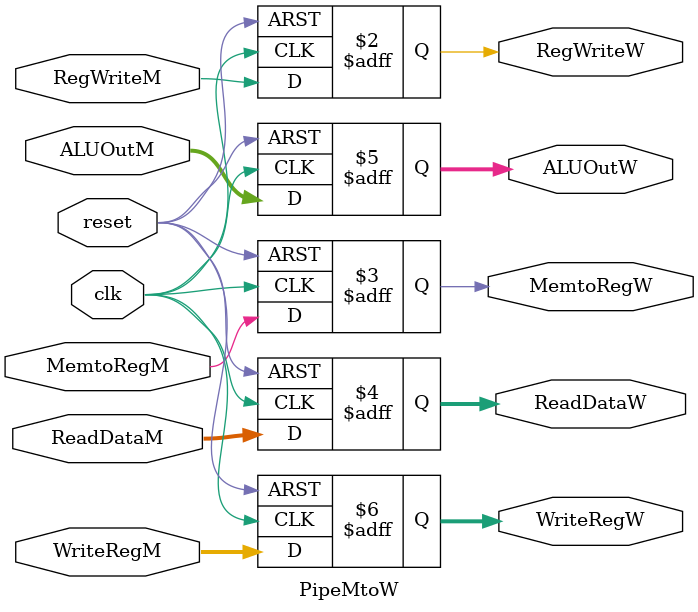
<source format=sv>
`timescale 1ns / 1ps

module PipeMtoW(input logic clk, reset,
                input logic RegWriteM, MemtoRegM,
                input logic [31:0] ReadDataM, ALUOutM,
                input logic [4:0] WriteRegM,
                output logic RegWriteW, MemtoRegW,
                output logic [31:0] ReadDataW, ALUOutW,
                output logic [4:0] WriteRegW
                );
		        
		        always_ff @(posedge clk or posedge reset)
		        begin
		            if (reset) 
		            begin
                        RegWriteW <= 0;
                        MemtoRegW <= 0;
                        ReadDataW <= 0;
                        ALUOutW <= 0;
                        WriteRegW <= 0;
		            end
		            else 
		            begin
                        RegWriteW <= RegWriteM;
                        MemtoRegW <= MemtoRegM;
                        ReadDataW <= ReadDataM;
                        ALUOutW <= ALUOutM;
                        WriteRegW <= WriteRegM;
		            end
		        end
		         
endmodule

</source>
